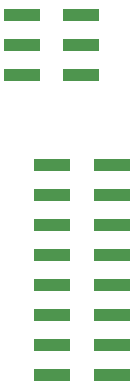
<source format=gbr>
G04 #@! TF.GenerationSoftware,KiCad,Pcbnew,5.1.0-060a0da~80~ubuntu18.04.1*
G04 #@! TF.CreationDate,2019-05-28T03:43:47+02:00*
G04 #@! TF.ProjectId,TinyFPGA-BX,54696e79-4650-4474-912d-42582e6b6963,rev?*
G04 #@! TF.SameCoordinates,Original*
G04 #@! TF.FileFunction,Paste,Bot*
G04 #@! TF.FilePolarity,Positive*
%FSLAX46Y46*%
G04 Gerber Fmt 4.6, Leading zero omitted, Abs format (unit mm)*
G04 Created by KiCad (PCBNEW 5.1.0-060a0da~80~ubuntu18.04.1) date 2019-05-28 03:43:47*
%MOMM*%
%LPD*%
G04 APERTURE LIST*
%ADD10R,3.150000X1.000000*%
G04 APERTURE END LIST*
D10*
X154956000Y-113039100D03*
X149906000Y-113039100D03*
X154956000Y-115579100D03*
X149906000Y-115579100D03*
X154956000Y-118119100D03*
X149906000Y-118119100D03*
X154956000Y-120659100D03*
X149906000Y-120659100D03*
X154956000Y-123199100D03*
X149906000Y-123199100D03*
X154956000Y-125739100D03*
X149906000Y-125739100D03*
X154956000Y-128279100D03*
X149906000Y-128279100D03*
X154956000Y-130819100D03*
X149906000Y-130819100D03*
X147326000Y-105419100D03*
X152376000Y-105419100D03*
X147326000Y-102879100D03*
X152376000Y-102879100D03*
X147326000Y-100339100D03*
X152376000Y-100339100D03*
M02*

</source>
